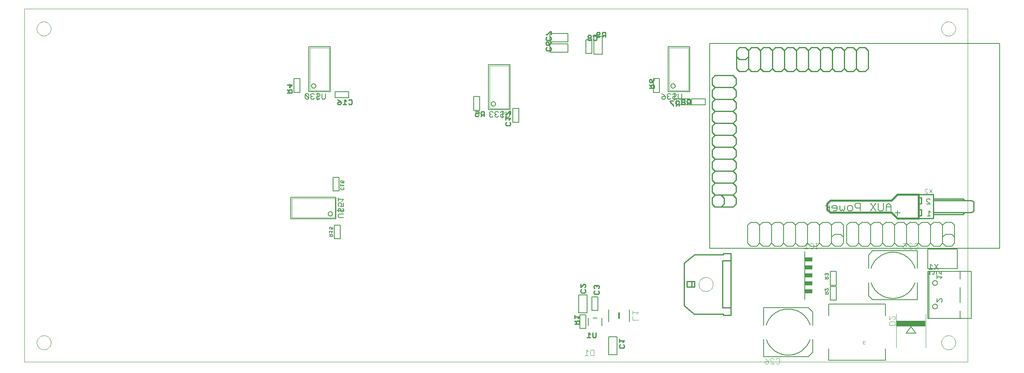
<source format=gbo>
G75*
G70*
%OFA0B0*%
%FSLAX24Y24*%
%IPPOS*%
%LPD*%
%AMOC8*
5,1,8,0,0,1.08239X$1,22.5*
%
%ADD10C,0.0000*%
%ADD11C,0.0060*%
%ADD12C,0.0160*%
%ADD13C,0.0100*%
%ADD14C,0.0050*%
%ADD15C,0.0080*%
%ADD16C,0.0090*%
%ADD17C,0.0040*%
%ADD18R,0.0158X0.0551*%
%ADD19C,0.0020*%
%ADD20R,0.0660X0.0380*%
%ADD21C,0.0010*%
%ADD22R,0.2441X0.0492*%
%ADD23C,0.0070*%
D10*
X005581Y003913D02*
X005581Y033472D01*
X084321Y033472D01*
X084321Y003913D01*
X005581Y003913D01*
X006615Y005538D02*
X006617Y005586D01*
X006623Y005634D01*
X006633Y005681D01*
X006646Y005727D01*
X006664Y005772D01*
X006684Y005816D01*
X006709Y005858D01*
X006737Y005897D01*
X006767Y005934D01*
X006801Y005968D01*
X006838Y006000D01*
X006876Y006029D01*
X006917Y006054D01*
X006960Y006076D01*
X007005Y006094D01*
X007051Y006108D01*
X007098Y006119D01*
X007146Y006126D01*
X007194Y006129D01*
X007242Y006128D01*
X007290Y006123D01*
X007338Y006114D01*
X007384Y006102D01*
X007429Y006085D01*
X007473Y006065D01*
X007515Y006042D01*
X007555Y006015D01*
X007593Y005985D01*
X007628Y005952D01*
X007660Y005916D01*
X007690Y005878D01*
X007716Y005837D01*
X007738Y005794D01*
X007758Y005750D01*
X007773Y005705D01*
X007785Y005658D01*
X007793Y005610D01*
X007797Y005562D01*
X007797Y005514D01*
X007793Y005466D01*
X007785Y005418D01*
X007773Y005371D01*
X007758Y005326D01*
X007738Y005282D01*
X007716Y005239D01*
X007690Y005198D01*
X007660Y005160D01*
X007628Y005124D01*
X007593Y005091D01*
X007555Y005061D01*
X007515Y005034D01*
X007473Y005011D01*
X007429Y004991D01*
X007384Y004974D01*
X007338Y004962D01*
X007290Y004953D01*
X007242Y004948D01*
X007194Y004947D01*
X007146Y004950D01*
X007098Y004957D01*
X007051Y004968D01*
X007005Y004982D01*
X006960Y005000D01*
X006917Y005022D01*
X006876Y005047D01*
X006838Y005076D01*
X006801Y005108D01*
X006767Y005142D01*
X006737Y005179D01*
X006709Y005218D01*
X006684Y005260D01*
X006664Y005304D01*
X006646Y005349D01*
X006633Y005395D01*
X006623Y005442D01*
X006617Y005490D01*
X006615Y005538D01*
X006615Y031788D02*
X006617Y031836D01*
X006623Y031884D01*
X006633Y031931D01*
X006646Y031977D01*
X006664Y032022D01*
X006684Y032066D01*
X006709Y032108D01*
X006737Y032147D01*
X006767Y032184D01*
X006801Y032218D01*
X006838Y032250D01*
X006876Y032279D01*
X006917Y032304D01*
X006960Y032326D01*
X007005Y032344D01*
X007051Y032358D01*
X007098Y032369D01*
X007146Y032376D01*
X007194Y032379D01*
X007242Y032378D01*
X007290Y032373D01*
X007338Y032364D01*
X007384Y032352D01*
X007429Y032335D01*
X007473Y032315D01*
X007515Y032292D01*
X007555Y032265D01*
X007593Y032235D01*
X007628Y032202D01*
X007660Y032166D01*
X007690Y032128D01*
X007716Y032087D01*
X007738Y032044D01*
X007758Y032000D01*
X007773Y031955D01*
X007785Y031908D01*
X007793Y031860D01*
X007797Y031812D01*
X007797Y031764D01*
X007793Y031716D01*
X007785Y031668D01*
X007773Y031621D01*
X007758Y031576D01*
X007738Y031532D01*
X007716Y031489D01*
X007690Y031448D01*
X007660Y031410D01*
X007628Y031374D01*
X007593Y031341D01*
X007555Y031311D01*
X007515Y031284D01*
X007473Y031261D01*
X007429Y031241D01*
X007384Y031224D01*
X007338Y031212D01*
X007290Y031203D01*
X007242Y031198D01*
X007194Y031197D01*
X007146Y031200D01*
X007098Y031207D01*
X007051Y031218D01*
X007005Y031232D01*
X006960Y031250D01*
X006917Y031272D01*
X006876Y031297D01*
X006838Y031326D01*
X006801Y031358D01*
X006767Y031392D01*
X006737Y031429D01*
X006709Y031468D01*
X006684Y031510D01*
X006664Y031554D01*
X006646Y031599D01*
X006633Y031645D01*
X006623Y031692D01*
X006617Y031740D01*
X006615Y031788D01*
X061865Y010413D02*
X061867Y010461D01*
X061873Y010509D01*
X061883Y010556D01*
X061896Y010602D01*
X061914Y010647D01*
X061934Y010691D01*
X061959Y010733D01*
X061987Y010772D01*
X062017Y010809D01*
X062051Y010843D01*
X062088Y010875D01*
X062126Y010904D01*
X062167Y010929D01*
X062210Y010951D01*
X062255Y010969D01*
X062301Y010983D01*
X062348Y010994D01*
X062396Y011001D01*
X062444Y011004D01*
X062492Y011003D01*
X062540Y010998D01*
X062588Y010989D01*
X062634Y010977D01*
X062679Y010960D01*
X062723Y010940D01*
X062765Y010917D01*
X062805Y010890D01*
X062843Y010860D01*
X062878Y010827D01*
X062910Y010791D01*
X062940Y010753D01*
X062966Y010712D01*
X062988Y010669D01*
X063008Y010625D01*
X063023Y010580D01*
X063035Y010533D01*
X063043Y010485D01*
X063047Y010437D01*
X063047Y010389D01*
X063043Y010341D01*
X063035Y010293D01*
X063023Y010246D01*
X063008Y010201D01*
X062988Y010157D01*
X062966Y010114D01*
X062940Y010073D01*
X062910Y010035D01*
X062878Y009999D01*
X062843Y009966D01*
X062805Y009936D01*
X062765Y009909D01*
X062723Y009886D01*
X062679Y009866D01*
X062634Y009849D01*
X062588Y009837D01*
X062540Y009828D01*
X062492Y009823D01*
X062444Y009822D01*
X062396Y009825D01*
X062348Y009832D01*
X062301Y009843D01*
X062255Y009857D01*
X062210Y009875D01*
X062167Y009897D01*
X062126Y009922D01*
X062088Y009951D01*
X062051Y009983D01*
X062017Y010017D01*
X061987Y010054D01*
X061959Y010093D01*
X061934Y010135D01*
X061914Y010179D01*
X061896Y010224D01*
X061883Y010270D01*
X061873Y010317D01*
X061867Y010365D01*
X061865Y010413D01*
X082115Y005538D02*
X082117Y005586D01*
X082123Y005634D01*
X082133Y005681D01*
X082146Y005727D01*
X082164Y005772D01*
X082184Y005816D01*
X082209Y005858D01*
X082237Y005897D01*
X082267Y005934D01*
X082301Y005968D01*
X082338Y006000D01*
X082376Y006029D01*
X082417Y006054D01*
X082460Y006076D01*
X082505Y006094D01*
X082551Y006108D01*
X082598Y006119D01*
X082646Y006126D01*
X082694Y006129D01*
X082742Y006128D01*
X082790Y006123D01*
X082838Y006114D01*
X082884Y006102D01*
X082929Y006085D01*
X082973Y006065D01*
X083015Y006042D01*
X083055Y006015D01*
X083093Y005985D01*
X083128Y005952D01*
X083160Y005916D01*
X083190Y005878D01*
X083216Y005837D01*
X083238Y005794D01*
X083258Y005750D01*
X083273Y005705D01*
X083285Y005658D01*
X083293Y005610D01*
X083297Y005562D01*
X083297Y005514D01*
X083293Y005466D01*
X083285Y005418D01*
X083273Y005371D01*
X083258Y005326D01*
X083238Y005282D01*
X083216Y005239D01*
X083190Y005198D01*
X083160Y005160D01*
X083128Y005124D01*
X083093Y005091D01*
X083055Y005061D01*
X083015Y005034D01*
X082973Y005011D01*
X082929Y004991D01*
X082884Y004974D01*
X082838Y004962D01*
X082790Y004953D01*
X082742Y004948D01*
X082694Y004947D01*
X082646Y004950D01*
X082598Y004957D01*
X082551Y004968D01*
X082505Y004982D01*
X082460Y005000D01*
X082417Y005022D01*
X082376Y005047D01*
X082338Y005076D01*
X082301Y005108D01*
X082267Y005142D01*
X082237Y005179D01*
X082209Y005218D01*
X082184Y005260D01*
X082164Y005304D01*
X082146Y005349D01*
X082133Y005395D01*
X082123Y005442D01*
X082117Y005490D01*
X082115Y005538D01*
X082115Y031788D02*
X082117Y031836D01*
X082123Y031884D01*
X082133Y031931D01*
X082146Y031977D01*
X082164Y032022D01*
X082184Y032066D01*
X082209Y032108D01*
X082237Y032147D01*
X082267Y032184D01*
X082301Y032218D01*
X082338Y032250D01*
X082376Y032279D01*
X082417Y032304D01*
X082460Y032326D01*
X082505Y032344D01*
X082551Y032358D01*
X082598Y032369D01*
X082646Y032376D01*
X082694Y032379D01*
X082742Y032378D01*
X082790Y032373D01*
X082838Y032364D01*
X082884Y032352D01*
X082929Y032335D01*
X082973Y032315D01*
X083015Y032292D01*
X083055Y032265D01*
X083093Y032235D01*
X083128Y032202D01*
X083160Y032166D01*
X083190Y032128D01*
X083216Y032087D01*
X083238Y032044D01*
X083258Y032000D01*
X083273Y031955D01*
X083285Y031908D01*
X083293Y031860D01*
X083297Y031812D01*
X083297Y031764D01*
X083293Y031716D01*
X083285Y031668D01*
X083273Y031621D01*
X083258Y031576D01*
X083238Y031532D01*
X083216Y031489D01*
X083190Y031448D01*
X083160Y031410D01*
X083128Y031374D01*
X083093Y031341D01*
X083055Y031311D01*
X083015Y031284D01*
X082973Y031261D01*
X082929Y031241D01*
X082884Y031224D01*
X082838Y031212D01*
X082790Y031203D01*
X082742Y031198D01*
X082694Y031197D01*
X082646Y031200D01*
X082598Y031207D01*
X082551Y031218D01*
X082505Y031232D01*
X082460Y031250D01*
X082417Y031272D01*
X082376Y031297D01*
X082338Y031326D01*
X082301Y031358D01*
X082267Y031392D01*
X082237Y031429D01*
X082209Y031468D01*
X082184Y031510D01*
X082164Y031554D01*
X082146Y031599D01*
X082133Y031645D01*
X082123Y031692D01*
X082117Y031740D01*
X082115Y031788D01*
D11*
X061105Y030299D02*
X061105Y026527D01*
X059307Y026527D01*
X059307Y030299D01*
X061105Y030299D01*
X059546Y027005D02*
X059548Y027031D01*
X059554Y027057D01*
X059563Y027081D01*
X059576Y027104D01*
X059592Y027125D01*
X059611Y027143D01*
X059632Y027159D01*
X059656Y027171D01*
X059680Y027179D01*
X059706Y027184D01*
X059733Y027185D01*
X059759Y027182D01*
X059784Y027175D01*
X059808Y027165D01*
X059831Y027151D01*
X059851Y027135D01*
X059868Y027115D01*
X059883Y027093D01*
X059894Y027069D01*
X059902Y027044D01*
X059906Y027018D01*
X059906Y026992D01*
X059902Y026966D01*
X059894Y026941D01*
X059883Y026917D01*
X059868Y026895D01*
X059851Y026875D01*
X059831Y026859D01*
X059808Y026845D01*
X059784Y026835D01*
X059759Y026828D01*
X059733Y026825D01*
X059706Y026826D01*
X059680Y026831D01*
X059656Y026839D01*
X059632Y026851D01*
X059611Y026867D01*
X059592Y026885D01*
X059576Y026906D01*
X059563Y026929D01*
X059554Y026953D01*
X059548Y026979D01*
X059546Y027005D01*
X046105Y028799D02*
X046105Y025027D01*
X044307Y025027D01*
X044307Y028799D01*
X046105Y028799D01*
X044546Y025505D02*
X044548Y025531D01*
X044554Y025557D01*
X044563Y025581D01*
X044576Y025604D01*
X044592Y025625D01*
X044611Y025643D01*
X044632Y025659D01*
X044656Y025671D01*
X044680Y025679D01*
X044706Y025684D01*
X044733Y025685D01*
X044759Y025682D01*
X044784Y025675D01*
X044808Y025665D01*
X044831Y025651D01*
X044851Y025635D01*
X044868Y025615D01*
X044883Y025593D01*
X044894Y025569D01*
X044902Y025544D01*
X044906Y025518D01*
X044906Y025492D01*
X044902Y025466D01*
X044894Y025441D01*
X044883Y025417D01*
X044868Y025395D01*
X044851Y025375D01*
X044831Y025359D01*
X044808Y025345D01*
X044784Y025335D01*
X044759Y025328D01*
X044733Y025325D01*
X044706Y025326D01*
X044680Y025331D01*
X044656Y025339D01*
X044632Y025351D01*
X044611Y025367D01*
X044592Y025385D01*
X044576Y025406D01*
X044563Y025429D01*
X044554Y025453D01*
X044548Y025479D01*
X044546Y025505D01*
X031105Y026527D02*
X029307Y026527D01*
X029307Y030299D01*
X031105Y030299D01*
X031105Y026527D01*
X029546Y027005D02*
X029548Y027031D01*
X029554Y027057D01*
X029563Y027081D01*
X029576Y027104D01*
X029592Y027125D01*
X029611Y027143D01*
X029632Y027159D01*
X029656Y027171D01*
X029680Y027179D01*
X029706Y027184D01*
X029733Y027185D01*
X029759Y027182D01*
X029784Y027175D01*
X029808Y027165D01*
X029831Y027151D01*
X029851Y027135D01*
X029868Y027115D01*
X029883Y027093D01*
X029894Y027069D01*
X029902Y027044D01*
X029906Y027018D01*
X029906Y026992D01*
X029902Y026966D01*
X029894Y026941D01*
X029883Y026917D01*
X029868Y026895D01*
X029851Y026875D01*
X029831Y026859D01*
X029808Y026845D01*
X029784Y026835D01*
X029759Y026828D01*
X029733Y026825D01*
X029706Y026826D01*
X029680Y026831D01*
X029656Y026839D01*
X029632Y026851D01*
X029611Y026867D01*
X029592Y026885D01*
X029576Y026906D01*
X029563Y026929D01*
X029554Y026953D01*
X029548Y026979D01*
X029546Y027005D01*
X032029Y019081D02*
X031986Y019037D01*
X031986Y018951D01*
X032029Y018907D01*
X032116Y018907D02*
X032159Y018994D01*
X032159Y019037D01*
X032116Y019081D01*
X032029Y019081D01*
X032116Y018907D02*
X032246Y018907D01*
X032246Y019081D01*
X032246Y018699D02*
X031986Y018699D01*
X031986Y018613D02*
X031986Y018786D01*
X032159Y018613D02*
X032246Y018699D01*
X032203Y018491D02*
X032246Y018448D01*
X032246Y018361D01*
X032203Y018318D01*
X032029Y018318D01*
X031986Y018361D01*
X031986Y018448D01*
X032029Y018491D01*
X031592Y017687D02*
X031592Y015889D01*
X027820Y015889D01*
X027820Y017687D01*
X031592Y017687D01*
X030934Y016308D02*
X030936Y016334D01*
X030942Y016360D01*
X030951Y016384D01*
X030964Y016407D01*
X030980Y016428D01*
X030999Y016446D01*
X031020Y016462D01*
X031044Y016474D01*
X031068Y016482D01*
X031094Y016487D01*
X031121Y016488D01*
X031147Y016485D01*
X031172Y016478D01*
X031196Y016468D01*
X031219Y016454D01*
X031239Y016438D01*
X031256Y016418D01*
X031271Y016396D01*
X031282Y016372D01*
X031290Y016347D01*
X031294Y016321D01*
X031294Y016295D01*
X031290Y016269D01*
X031282Y016244D01*
X031271Y016220D01*
X031256Y016198D01*
X031239Y016178D01*
X031219Y016162D01*
X031196Y016148D01*
X031172Y016138D01*
X031147Y016131D01*
X031121Y016128D01*
X031094Y016129D01*
X031068Y016134D01*
X031044Y016142D01*
X031020Y016154D01*
X030999Y016170D01*
X030980Y016188D01*
X030964Y016209D01*
X030951Y016232D01*
X030942Y016256D01*
X030936Y016282D01*
X030934Y016308D01*
X031084Y015197D02*
X031041Y015153D01*
X031041Y015067D01*
X031084Y015023D01*
X031171Y015023D02*
X031214Y015110D01*
X031214Y015153D01*
X031171Y015197D01*
X031084Y015197D01*
X031171Y015023D02*
X031301Y015023D01*
X031301Y015197D01*
X031301Y014815D02*
X031041Y014815D01*
X031041Y014729D02*
X031041Y014902D01*
X031214Y014729D02*
X031301Y014815D01*
X031258Y014608D02*
X031171Y014608D01*
X031128Y014564D01*
X031128Y014434D01*
X031128Y014521D02*
X031041Y014608D01*
X031041Y014434D02*
X031301Y014434D01*
X031301Y014564D01*
X031258Y014608D01*
X072449Y016995D02*
X072556Y016995D01*
X072770Y016782D01*
X072770Y016995D02*
X072770Y016568D01*
X072987Y016782D02*
X073414Y016782D01*
X073414Y016888D02*
X073307Y016995D01*
X073094Y016995D01*
X072987Y016888D01*
X072987Y016782D01*
X073094Y016568D02*
X073307Y016568D01*
X073414Y016675D01*
X073414Y016888D01*
X073632Y016995D02*
X073632Y016675D01*
X073738Y016568D01*
X073845Y016675D01*
X073952Y016568D01*
X074059Y016675D01*
X074059Y016995D01*
X074276Y016888D02*
X074383Y016995D01*
X074596Y016995D01*
X074703Y016888D01*
X074703Y016675D01*
X074596Y016568D01*
X074383Y016568D01*
X074276Y016675D01*
X074276Y016888D01*
X074921Y016888D02*
X074921Y017102D01*
X075027Y017209D01*
X075348Y017209D01*
X075348Y016568D01*
X075348Y016782D02*
X075027Y016782D01*
X074921Y016888D01*
X076210Y016568D02*
X076637Y017209D01*
X076854Y017209D02*
X076854Y016675D01*
X076961Y016568D01*
X077175Y016568D01*
X077281Y016675D01*
X077281Y017209D01*
X077499Y016995D02*
X077712Y017209D01*
X077926Y016995D01*
X077926Y016568D01*
X077926Y016888D02*
X077499Y016888D01*
X077499Y016995D02*
X077499Y016568D01*
X078236Y016388D02*
X078663Y016388D01*
X078449Y016175D02*
X078449Y016602D01*
X076637Y016568D02*
X076210Y017209D01*
X072633Y011322D02*
X072589Y011322D01*
X072546Y011278D01*
X072503Y011322D01*
X072459Y011322D01*
X072416Y011278D01*
X072416Y011192D01*
X072459Y011148D01*
X072546Y011235D02*
X072546Y011278D01*
X072633Y011322D02*
X072676Y011278D01*
X072676Y011192D01*
X072633Y011148D01*
X072633Y011027D02*
X072546Y011027D01*
X072503Y010984D01*
X072503Y010854D01*
X072503Y010940D02*
X072416Y011027D01*
X072416Y010854D02*
X072676Y010854D01*
X072676Y010984D01*
X072633Y011027D01*
X072633Y010072D02*
X072676Y010028D01*
X072676Y009942D01*
X072633Y009898D01*
X072633Y009777D02*
X072546Y009777D01*
X072503Y009734D01*
X072503Y009604D01*
X072503Y009690D02*
X072416Y009777D01*
X072416Y009898D02*
X072589Y010072D01*
X072633Y010072D01*
X072416Y010072D02*
X072416Y009898D01*
X072633Y009777D02*
X072676Y009734D01*
X072676Y009604D01*
X072416Y009604D01*
X080986Y011502D02*
X080986Y007572D01*
X081066Y007572D01*
X083666Y007572D01*
X084606Y007572D01*
X084606Y011502D01*
X083666Y011502D01*
X081066Y011502D01*
X080986Y011502D01*
X081066Y011502D02*
X081066Y007572D01*
X081386Y008552D02*
X081388Y008580D01*
X081394Y008607D01*
X081403Y008633D01*
X081416Y008658D01*
X081433Y008681D01*
X081452Y008701D01*
X081474Y008718D01*
X081498Y008732D01*
X081524Y008742D01*
X081551Y008749D01*
X081579Y008752D01*
X081607Y008751D01*
X081634Y008746D01*
X081661Y008737D01*
X081686Y008725D01*
X081709Y008710D01*
X081730Y008691D01*
X081748Y008670D01*
X081763Y008646D01*
X081774Y008620D01*
X081782Y008594D01*
X081786Y008566D01*
X081786Y008538D01*
X081782Y008510D01*
X081774Y008484D01*
X081763Y008458D01*
X081748Y008434D01*
X081730Y008413D01*
X081709Y008394D01*
X081686Y008379D01*
X081661Y008367D01*
X081634Y008358D01*
X081607Y008353D01*
X081579Y008352D01*
X081551Y008355D01*
X081524Y008362D01*
X081498Y008372D01*
X081474Y008386D01*
X081452Y008403D01*
X081433Y008423D01*
X081416Y008446D01*
X081403Y008471D01*
X081394Y008497D01*
X081388Y008524D01*
X081386Y008552D01*
X083666Y008202D02*
X083666Y007572D01*
X083666Y008902D02*
X083666Y010172D01*
X083666Y010872D02*
X083666Y011502D01*
X082105Y011508D02*
X081974Y011508D01*
X081931Y011465D01*
X081931Y011378D01*
X081974Y011335D01*
X082105Y011335D01*
X082105Y011248D02*
X082105Y011508D01*
X081810Y011508D02*
X081636Y011508D01*
X081723Y011508D02*
X081723Y011248D01*
X081515Y011291D02*
X081472Y011248D01*
X081385Y011248D01*
X081342Y011291D01*
X081221Y011248D02*
X081047Y011248D01*
X081134Y011248D02*
X081134Y011508D01*
X081221Y011421D01*
X081342Y011465D02*
X081385Y011508D01*
X081472Y011508D01*
X081515Y011465D01*
X081515Y011291D01*
X081386Y010522D02*
X081388Y010550D01*
X081394Y010577D01*
X081403Y010603D01*
X081416Y010628D01*
X081433Y010651D01*
X081452Y010671D01*
X081474Y010688D01*
X081498Y010702D01*
X081524Y010712D01*
X081551Y010719D01*
X081579Y010722D01*
X081607Y010721D01*
X081634Y010716D01*
X081661Y010707D01*
X081686Y010695D01*
X081709Y010680D01*
X081730Y010661D01*
X081748Y010640D01*
X081763Y010616D01*
X081774Y010590D01*
X081782Y010564D01*
X081786Y010536D01*
X081786Y010508D01*
X081782Y010480D01*
X081774Y010454D01*
X081763Y010428D01*
X081748Y010404D01*
X081730Y010383D01*
X081709Y010364D01*
X081686Y010349D01*
X081661Y010337D01*
X081634Y010328D01*
X081607Y010323D01*
X081579Y010322D01*
X081551Y010325D01*
X081524Y010332D01*
X081498Y010342D01*
X081474Y010356D01*
X081452Y010373D01*
X081433Y010393D01*
X081416Y010416D01*
X081403Y010441D01*
X081394Y010467D01*
X081388Y010494D01*
X081386Y010522D01*
D12*
X080206Y015913D02*
X078456Y015913D01*
X077956Y016413D01*
X072831Y016413D01*
X072581Y016663D01*
X072581Y017163D01*
X072831Y017413D01*
X077956Y017413D01*
X078456Y017913D01*
X080206Y017913D01*
X080206Y015913D01*
D13*
X080206Y016163D01*
X080456Y016163D01*
X080456Y016663D01*
X080206Y016663D01*
X080206Y017163D01*
X080456Y017163D01*
X080456Y017663D01*
X080206Y017663D01*
X080206Y017913D01*
X081456Y017913D01*
X081456Y017563D01*
X083906Y017563D01*
X084046Y017433D01*
X084606Y017413D02*
X084806Y017313D01*
X084806Y016933D01*
X084806Y016893D01*
X084806Y016933D02*
X084806Y016513D01*
X084606Y016413D01*
X081456Y016413D01*
X081456Y015913D01*
X080206Y015913D01*
X081456Y016263D02*
X083906Y016263D01*
X084046Y016393D01*
X084606Y017413D02*
X081456Y017413D01*
X081456Y017563D02*
X081456Y016413D01*
X064966Y017128D02*
X064716Y016878D01*
X063716Y016878D01*
X063966Y017128D01*
X063966Y017628D01*
X063716Y017878D01*
X064716Y017878D01*
X064966Y018128D01*
X064966Y018628D01*
X064716Y018878D01*
X063216Y018878D01*
X062966Y018628D01*
X062966Y018128D01*
X063216Y017878D01*
X063716Y017878D01*
X063216Y017878D02*
X062966Y017628D01*
X062966Y017128D01*
X063216Y016878D01*
X063716Y016878D01*
X064966Y017128D02*
X064966Y017628D01*
X064716Y017878D01*
X064716Y018878D02*
X064966Y019128D01*
X064966Y019628D01*
X064716Y019878D01*
X063216Y019878D01*
X062966Y019628D01*
X062966Y019128D01*
X063216Y018878D01*
X063216Y019878D02*
X062966Y020128D01*
X062966Y020628D01*
X063216Y020878D01*
X064716Y020878D01*
X064966Y021128D01*
X064966Y021628D01*
X064716Y021878D01*
X063216Y021878D01*
X062966Y021628D01*
X062966Y021128D01*
X063216Y020878D01*
X064716Y020878D02*
X064966Y020628D01*
X064966Y020128D01*
X064716Y019878D01*
X064716Y021878D02*
X064966Y022128D01*
X064966Y022628D01*
X064716Y022878D01*
X063216Y022878D01*
X062966Y022628D01*
X062966Y022128D01*
X063216Y021878D01*
X063216Y022878D02*
X062966Y023128D01*
X062966Y023628D01*
X063216Y023878D01*
X064716Y023878D01*
X064966Y024128D01*
X064966Y024628D01*
X064716Y024878D01*
X063216Y024878D01*
X062966Y024628D01*
X062966Y024128D01*
X063216Y023878D01*
X064716Y023878D02*
X064966Y023628D01*
X064966Y023128D01*
X064716Y022878D01*
X064716Y024878D02*
X064966Y025128D01*
X064966Y025628D01*
X064716Y025878D01*
X063216Y025878D01*
X062966Y025628D01*
X062966Y025128D01*
X063216Y024878D01*
X063216Y025878D02*
X062966Y026128D01*
X062966Y026628D01*
X063216Y026878D01*
X064716Y026878D01*
X064966Y027128D01*
X064966Y027628D01*
X064716Y027878D01*
X063216Y027878D01*
X062966Y027628D01*
X062966Y027128D01*
X063216Y026878D01*
X064716Y026878D02*
X064966Y026628D01*
X064966Y026128D01*
X064716Y025878D01*
X065253Y028215D02*
X065753Y028215D01*
X066003Y028465D01*
X066003Y029465D01*
X065753Y029215D01*
X065253Y029215D01*
X065003Y029465D01*
X065003Y028465D01*
X065253Y028215D01*
X066003Y028465D02*
X066253Y028215D01*
X066753Y028215D01*
X067003Y028465D01*
X067003Y029965D01*
X066753Y030215D01*
X066253Y030215D01*
X066003Y029965D01*
X066003Y029465D01*
X065003Y029465D02*
X065003Y029965D01*
X065253Y030215D01*
X065753Y030215D01*
X066003Y029965D01*
X067003Y029965D02*
X067253Y030215D01*
X067753Y030215D01*
X068003Y029965D01*
X068003Y028465D01*
X068253Y028215D01*
X068753Y028215D01*
X069003Y028465D01*
X069003Y029965D01*
X068753Y030215D01*
X068253Y030215D01*
X068003Y029965D01*
X069003Y029965D02*
X069253Y030215D01*
X069753Y030215D01*
X070003Y029965D01*
X070003Y028465D01*
X070253Y028215D01*
X070753Y028215D01*
X071003Y028465D01*
X071003Y029965D01*
X070753Y030215D01*
X070253Y030215D01*
X070003Y029965D01*
X071003Y029965D02*
X071253Y030215D01*
X071753Y030215D01*
X072003Y029965D01*
X072003Y028465D01*
X072253Y028215D01*
X072753Y028215D01*
X073003Y028465D01*
X073003Y029965D01*
X072753Y030215D01*
X072253Y030215D01*
X072003Y029965D01*
X073003Y029965D02*
X073253Y030215D01*
X073753Y030215D01*
X074003Y029965D01*
X074003Y028465D01*
X074253Y028215D01*
X074753Y028215D01*
X075003Y028465D01*
X075003Y029965D01*
X074753Y030215D01*
X074253Y030215D01*
X074003Y029965D01*
X075003Y029965D02*
X075253Y030215D01*
X075753Y030215D01*
X076003Y029965D01*
X076003Y028465D01*
X075753Y028215D01*
X075253Y028215D01*
X075003Y028465D01*
X074003Y028465D02*
X073753Y028215D01*
X073253Y028215D01*
X073003Y028465D01*
X072003Y028465D02*
X071753Y028215D01*
X071253Y028215D01*
X071003Y028465D01*
X070003Y028465D02*
X069753Y028215D01*
X069253Y028215D01*
X069003Y028465D01*
X068003Y028465D02*
X067753Y028215D01*
X067253Y028215D01*
X067003Y028465D01*
X064547Y013002D02*
X063917Y013002D01*
X063917Y012903D01*
X061511Y012903D01*
X060645Y012185D01*
X060645Y008641D01*
X061472Y007923D01*
X063917Y007923D01*
X063917Y007824D01*
X064547Y007824D01*
X064547Y008444D01*
X063834Y008444D01*
X063834Y012381D01*
X064547Y012381D01*
X064547Y013002D01*
X064547Y012381D02*
X064547Y008444D01*
X061511Y010177D02*
X061275Y010177D01*
X061275Y010649D01*
X060881Y010649D01*
X060881Y010177D01*
X061275Y010177D01*
X061511Y010177D02*
X061511Y010649D01*
X061275Y010649D01*
D14*
X064547Y008513D02*
X064547Y008444D01*
X064547Y008511D01*
X056082Y008300D02*
X056082Y007276D01*
X054330Y007276D02*
X054330Y008300D01*
X062778Y013428D02*
X086966Y013428D01*
X086966Y030553D01*
X062778Y030553D01*
X062778Y013428D01*
X065960Y013851D02*
X065960Y015351D01*
X066210Y015601D01*
X066710Y015601D01*
X066960Y015351D01*
X066960Y013851D01*
X067210Y013601D01*
X067710Y013601D01*
X067960Y013851D01*
X067960Y015351D01*
X067710Y015601D01*
X067210Y015601D01*
X066960Y015351D01*
X067960Y015351D02*
X068210Y015601D01*
X068710Y015601D01*
X068960Y015351D01*
X068960Y013851D01*
X069210Y013601D01*
X069710Y013601D01*
X069960Y013851D01*
X069960Y015351D01*
X069710Y015601D01*
X069210Y015601D01*
X068960Y015351D01*
X069960Y015351D02*
X070210Y015601D01*
X070710Y015601D01*
X070960Y015351D01*
X070960Y013851D01*
X071210Y013601D01*
X071710Y013601D01*
X071960Y013851D01*
X071960Y015351D01*
X071710Y015601D01*
X071210Y015601D01*
X070960Y015351D01*
X071960Y015351D02*
X072210Y015601D01*
X072710Y015601D01*
X072960Y015351D01*
X072960Y014351D01*
X072960Y013851D01*
X073210Y013601D01*
X073710Y013601D01*
X073960Y013851D01*
X073960Y014351D01*
X073710Y014601D01*
X073210Y014601D01*
X072960Y014351D01*
X072960Y013851D02*
X072710Y013601D01*
X072210Y013601D01*
X071960Y013851D01*
X070960Y013851D02*
X070710Y013601D01*
X070210Y013601D01*
X069960Y013851D01*
X068960Y013851D02*
X068710Y013601D01*
X068210Y013601D01*
X067960Y013851D01*
X066960Y013851D02*
X066710Y013601D01*
X066210Y013601D01*
X065960Y013851D01*
X072960Y015351D02*
X073210Y015601D01*
X073710Y015601D01*
X073960Y015351D01*
X073960Y014351D01*
X074216Y013853D02*
X074466Y013603D01*
X074966Y013603D01*
X075216Y013853D01*
X075216Y015353D01*
X074966Y015603D01*
X074466Y015603D01*
X074216Y015353D01*
X074216Y013853D01*
X075216Y013853D02*
X075466Y013603D01*
X075966Y013603D01*
X076216Y013853D01*
X076216Y015353D01*
X075966Y015603D01*
X075466Y015603D01*
X075216Y015353D01*
X076216Y015353D02*
X076466Y015603D01*
X076966Y015603D01*
X077216Y015353D01*
X077216Y013853D01*
X077466Y013603D01*
X077966Y013603D01*
X078216Y013853D01*
X078216Y015353D01*
X077966Y015603D01*
X077466Y015603D01*
X077216Y015353D01*
X078216Y015353D02*
X078466Y015603D01*
X078966Y015603D01*
X079216Y015353D01*
X079216Y013853D01*
X079466Y013603D01*
X079966Y013603D01*
X080216Y013853D01*
X080216Y015353D01*
X079966Y015603D01*
X079466Y015603D01*
X079216Y015353D01*
X080216Y015353D02*
X080466Y015603D01*
X080966Y015603D01*
X081216Y015353D01*
X081216Y013853D01*
X081466Y013603D01*
X081966Y013603D01*
X082216Y013853D01*
X082216Y014353D01*
X082216Y015353D01*
X081966Y015603D01*
X081466Y015603D01*
X081216Y015353D01*
X082216Y015353D02*
X082466Y015603D01*
X082966Y015603D01*
X083216Y015353D01*
X083216Y014353D01*
X082966Y014603D01*
X082466Y014603D01*
X082216Y014353D01*
X082216Y013853D02*
X082466Y013603D01*
X082966Y013603D01*
X083216Y013853D01*
X083216Y014353D01*
X081216Y013853D02*
X080966Y013603D01*
X080466Y013603D01*
X080216Y013853D01*
X079216Y013853D02*
X078966Y013603D01*
X078466Y013603D01*
X078216Y013853D01*
X077216Y013853D02*
X076966Y013603D01*
X076466Y013603D01*
X076216Y013853D01*
X081227Y012108D02*
X081227Y011658D01*
X081377Y011658D02*
X081077Y011658D01*
X081377Y011958D02*
X081227Y012108D01*
X081537Y012108D02*
X081838Y011658D01*
X081537Y011658D02*
X081838Y012108D01*
X081731Y011187D02*
X081731Y010887D01*
X081731Y011037D02*
X082181Y011037D01*
X082031Y010887D01*
X082031Y009237D02*
X082106Y009237D01*
X082181Y009162D01*
X082181Y009012D01*
X082106Y008937D01*
X082031Y009237D02*
X081731Y008937D01*
X081731Y009237D01*
X060453Y025977D02*
X060377Y025902D01*
X060227Y025902D01*
X060152Y025977D01*
X060152Y026353D01*
X059992Y026278D02*
X059917Y026353D01*
X059767Y026353D01*
X059692Y026278D01*
X059532Y026278D02*
X059457Y026353D01*
X059307Y026353D01*
X059232Y026278D01*
X059232Y026203D01*
X059307Y026128D01*
X059232Y026052D01*
X059232Y025977D01*
X059307Y025902D01*
X059457Y025902D01*
X059532Y025977D01*
X059692Y025977D02*
X059692Y026052D01*
X059767Y026128D01*
X059917Y026128D01*
X059992Y026203D01*
X059992Y026278D01*
X059842Y026428D02*
X059842Y025827D01*
X059767Y025902D02*
X059692Y025977D01*
X059767Y025902D02*
X059917Y025902D01*
X059992Y025977D01*
X060453Y025977D02*
X060453Y026353D01*
X059382Y026128D02*
X059307Y026128D01*
X059071Y026128D02*
X059071Y025977D01*
X058996Y025902D01*
X058846Y025902D01*
X058771Y025977D01*
X058771Y026052D01*
X058846Y026128D01*
X059071Y026128D01*
X058921Y026278D01*
X058771Y026353D01*
X046078Y024853D02*
X046078Y024477D01*
X046002Y024402D01*
X045852Y024402D01*
X045777Y024477D01*
X045777Y024853D01*
X045617Y024778D02*
X045542Y024853D01*
X045392Y024853D01*
X045317Y024778D01*
X045157Y024778D02*
X045082Y024853D01*
X044932Y024853D01*
X044857Y024778D01*
X044857Y024703D01*
X044932Y024628D01*
X044857Y024552D01*
X044857Y024477D01*
X044932Y024402D01*
X045082Y024402D01*
X045157Y024477D01*
X045317Y024477D02*
X045317Y024552D01*
X045392Y024628D01*
X045542Y024628D01*
X045617Y024703D01*
X045617Y024778D01*
X045467Y024928D02*
X045467Y024327D01*
X045392Y024402D02*
X045317Y024477D01*
X045392Y024402D02*
X045542Y024402D01*
X045617Y024477D01*
X045007Y024628D02*
X044932Y024628D01*
X044696Y024778D02*
X044621Y024853D01*
X044471Y024853D01*
X044396Y024778D01*
X044396Y024703D01*
X044471Y024628D01*
X044396Y024552D01*
X044396Y024477D01*
X044471Y024402D01*
X044621Y024402D01*
X044696Y024477D01*
X044546Y024628D02*
X044471Y024628D01*
X030703Y025977D02*
X030627Y025902D01*
X030477Y025902D01*
X030402Y025977D01*
X030402Y026353D01*
X030242Y026278D02*
X030167Y026353D01*
X030017Y026353D01*
X029942Y026278D01*
X029782Y026278D02*
X029707Y026353D01*
X029557Y026353D01*
X029482Y026278D01*
X029482Y026203D01*
X029557Y026128D01*
X029482Y026052D01*
X029482Y025977D01*
X029557Y025902D01*
X029707Y025902D01*
X029782Y025977D01*
X029942Y025977D02*
X029942Y026052D01*
X030017Y026128D01*
X030167Y026128D01*
X030242Y026203D01*
X030242Y026278D01*
X030092Y026428D02*
X030092Y025827D01*
X030017Y025902D02*
X029942Y025977D01*
X030017Y025902D02*
X030167Y025902D01*
X030242Y025977D01*
X030703Y025977D02*
X030703Y026353D01*
X029632Y026128D02*
X029557Y026128D01*
X029321Y026278D02*
X029246Y026353D01*
X029096Y026353D01*
X029021Y026278D01*
X029321Y025977D01*
X029246Y025902D01*
X029096Y025902D01*
X029021Y025977D01*
X029021Y026278D01*
X029321Y026278D02*
X029321Y025977D01*
X031767Y017674D02*
X031767Y017374D01*
X031767Y017524D02*
X032217Y017524D01*
X032067Y017374D01*
X031992Y017214D02*
X031842Y017214D01*
X031767Y017139D01*
X031767Y016989D01*
X031842Y016914D01*
X031992Y016914D02*
X032067Y017064D01*
X032067Y017139D01*
X031992Y017214D01*
X032217Y017214D02*
X032217Y016914D01*
X031992Y016914D01*
X031917Y016754D02*
X031992Y016679D01*
X031992Y016528D01*
X032067Y016453D01*
X032142Y016453D01*
X032217Y016528D01*
X032217Y016679D01*
X032142Y016754D01*
X032292Y016604D02*
X031692Y016604D01*
X031767Y016528D02*
X031767Y016679D01*
X031842Y016754D01*
X031917Y016754D01*
X031767Y016528D02*
X031842Y016453D01*
X031842Y016293D02*
X032217Y016293D01*
X032217Y015993D02*
X031842Y015993D01*
X031767Y016068D01*
X031767Y016218D01*
X031842Y016293D01*
D15*
X031956Y015363D02*
X031456Y015363D01*
X031456Y014213D01*
X031956Y014213D01*
X031956Y015363D01*
X031831Y018213D02*
X031331Y018213D01*
X031331Y019363D01*
X031831Y019363D01*
X031831Y018213D01*
X043081Y024963D02*
X043581Y024963D01*
X043581Y026113D01*
X043081Y026113D01*
X043081Y024963D01*
X046331Y025113D02*
X046331Y023963D01*
X046831Y023963D01*
X046831Y025113D01*
X046331Y025113D01*
X049456Y029813D02*
X049456Y030513D01*
X050956Y030513D01*
X050956Y029813D01*
X049456Y029813D01*
X049456Y030688D02*
X049456Y031388D01*
X050956Y031388D01*
X050956Y030688D01*
X049456Y030688D01*
X052456Y030863D02*
X052456Y029713D01*
X052956Y029713D01*
X052956Y030863D01*
X052456Y030863D01*
X053106Y031163D02*
X053806Y031163D01*
X053806Y029663D01*
X053106Y029663D01*
X053106Y031163D01*
X058081Y027613D02*
X058081Y026463D01*
X058581Y026463D01*
X058581Y027613D01*
X058081Y027613D01*
X060006Y025913D02*
X060006Y025413D01*
X061156Y025413D01*
X061156Y025913D01*
X060006Y025913D01*
X061256Y025913D02*
X061256Y025413D01*
X062406Y025413D01*
X062406Y025913D01*
X061256Y025913D01*
X080981Y013363D02*
X080981Y011713D01*
X083431Y011713D01*
X083431Y013363D01*
X080981Y013363D01*
X080128Y013210D02*
X076388Y013210D01*
X076034Y012856D01*
X076034Y011754D01*
X076250Y011773D02*
X076282Y011862D01*
X076319Y011949D01*
X076359Y012035D01*
X076404Y012118D01*
X076453Y012199D01*
X076505Y012278D01*
X076562Y012353D01*
X076622Y012426D01*
X076686Y012496D01*
X076752Y012563D01*
X076823Y012626D01*
X076896Y012686D01*
X076972Y012742D01*
X077050Y012795D01*
X077132Y012843D01*
X077215Y012888D01*
X077300Y012928D01*
X077388Y012964D01*
X077477Y012996D01*
X077567Y013023D01*
X077659Y013046D01*
X077752Y013065D01*
X077845Y013079D01*
X077939Y013088D01*
X078034Y013092D01*
X078128Y013092D01*
X078223Y013088D01*
X078317Y013079D01*
X078410Y013065D01*
X078503Y013046D01*
X078595Y013023D01*
X078685Y012996D01*
X078774Y012964D01*
X078862Y012928D01*
X078947Y012888D01*
X079030Y012843D01*
X079112Y012795D01*
X079190Y012742D01*
X079266Y012686D01*
X079339Y012626D01*
X079410Y012563D01*
X079476Y012496D01*
X079540Y012426D01*
X079600Y012353D01*
X079657Y012278D01*
X079709Y012199D01*
X079758Y012118D01*
X079803Y012035D01*
X079843Y011949D01*
X079880Y011862D01*
X079912Y011773D01*
X080128Y011754D02*
X080128Y013210D01*
X079912Y010553D02*
X079880Y010464D01*
X079843Y010377D01*
X079803Y010291D01*
X079758Y010208D01*
X079709Y010127D01*
X079657Y010048D01*
X079600Y009973D01*
X079540Y009900D01*
X079476Y009830D01*
X079410Y009763D01*
X079339Y009700D01*
X079266Y009640D01*
X079190Y009584D01*
X079112Y009531D01*
X079030Y009483D01*
X078947Y009438D01*
X078862Y009398D01*
X078774Y009362D01*
X078685Y009330D01*
X078595Y009303D01*
X078503Y009280D01*
X078410Y009261D01*
X078317Y009247D01*
X078223Y009238D01*
X078128Y009234D01*
X078034Y009234D01*
X077939Y009238D01*
X077845Y009247D01*
X077752Y009261D01*
X077659Y009280D01*
X077567Y009303D01*
X077477Y009330D01*
X077388Y009362D01*
X077300Y009398D01*
X077215Y009438D01*
X077132Y009483D01*
X077050Y009531D01*
X076972Y009584D01*
X076896Y009640D01*
X076823Y009700D01*
X076752Y009763D01*
X076686Y009830D01*
X076622Y009900D01*
X076562Y009973D01*
X076505Y010048D01*
X076453Y010127D01*
X076404Y010208D01*
X076359Y010291D01*
X076319Y010377D01*
X076282Y010464D01*
X076250Y010553D01*
X076034Y010572D02*
X076034Y009470D01*
X076388Y009116D01*
X080128Y009116D01*
X080128Y010572D01*
X077443Y008775D02*
X077443Y007791D01*
X077443Y008775D02*
X072719Y008775D01*
X072719Y007791D01*
X071378Y008106D02*
X071378Y007004D01*
X071378Y008106D02*
X071024Y008460D01*
X067284Y008460D01*
X067284Y007004D01*
X067284Y005822D02*
X067284Y004366D01*
X071024Y004366D01*
X071378Y004720D01*
X071378Y005822D01*
X072719Y005035D02*
X072719Y004051D01*
X077443Y004051D01*
X077443Y005035D01*
X079187Y006324D02*
X079975Y006324D01*
X079581Y006865D01*
X079187Y006324D01*
X073331Y009088D02*
X073331Y010238D01*
X072831Y010238D01*
X072831Y009088D01*
X073331Y009088D01*
X073331Y010338D02*
X073331Y011488D01*
X072831Y011488D01*
X072831Y010338D01*
X073331Y010338D01*
X070715Y009157D02*
X070715Y013169D01*
X071162Y005803D02*
X071130Y005714D01*
X071093Y005627D01*
X071053Y005541D01*
X071008Y005458D01*
X070959Y005377D01*
X070907Y005298D01*
X070850Y005223D01*
X070790Y005150D01*
X070726Y005080D01*
X070660Y005013D01*
X070589Y004950D01*
X070516Y004890D01*
X070440Y004834D01*
X070362Y004781D01*
X070280Y004733D01*
X070197Y004688D01*
X070112Y004648D01*
X070024Y004612D01*
X069935Y004580D01*
X069845Y004553D01*
X069753Y004530D01*
X069660Y004511D01*
X069567Y004497D01*
X069473Y004488D01*
X069378Y004484D01*
X069284Y004484D01*
X069189Y004488D01*
X069095Y004497D01*
X069002Y004511D01*
X068909Y004530D01*
X068817Y004553D01*
X068727Y004580D01*
X068638Y004612D01*
X068550Y004648D01*
X068465Y004688D01*
X068382Y004733D01*
X068300Y004781D01*
X068222Y004834D01*
X068146Y004890D01*
X068073Y004950D01*
X068002Y005013D01*
X067936Y005080D01*
X067872Y005150D01*
X067812Y005223D01*
X067755Y005298D01*
X067703Y005377D01*
X067654Y005458D01*
X067609Y005541D01*
X067569Y005627D01*
X067532Y005714D01*
X067500Y005803D01*
X067500Y007023D02*
X067532Y007112D01*
X067569Y007199D01*
X067609Y007285D01*
X067654Y007368D01*
X067703Y007449D01*
X067755Y007528D01*
X067812Y007603D01*
X067872Y007676D01*
X067936Y007746D01*
X068002Y007813D01*
X068073Y007876D01*
X068146Y007936D01*
X068222Y007992D01*
X068300Y008045D01*
X068382Y008093D01*
X068465Y008138D01*
X068550Y008178D01*
X068638Y008214D01*
X068727Y008246D01*
X068817Y008273D01*
X068909Y008296D01*
X069002Y008315D01*
X069095Y008329D01*
X069189Y008338D01*
X069284Y008342D01*
X069378Y008342D01*
X069473Y008338D01*
X069567Y008329D01*
X069660Y008315D01*
X069753Y008296D01*
X069845Y008273D01*
X069935Y008246D01*
X070024Y008214D01*
X070112Y008178D01*
X070197Y008138D01*
X070280Y008093D01*
X070362Y008045D01*
X070440Y007992D01*
X070516Y007936D01*
X070589Y007876D01*
X070660Y007813D01*
X070726Y007746D01*
X070790Y007676D01*
X070850Y007603D01*
X070907Y007528D01*
X070959Y007449D01*
X071008Y007368D01*
X071053Y007285D01*
X071093Y007199D01*
X071130Y007112D01*
X071162Y007023D01*
X055056Y006038D02*
X055056Y004538D01*
X054356Y004538D01*
X054356Y006038D01*
X055056Y006038D01*
X053777Y006973D02*
X053777Y007603D01*
X053383Y007603D02*
X053029Y007603D01*
X052635Y007603D02*
X052635Y006973D01*
X052456Y006713D02*
X051956Y006713D01*
X051956Y007863D01*
X052456Y007863D01*
X052456Y006713D01*
X052556Y008038D02*
X051856Y008038D01*
X051856Y009538D01*
X052556Y009538D01*
X052556Y008038D01*
X052956Y008213D02*
X053456Y008213D01*
X053456Y009363D01*
X052956Y009363D01*
X052956Y008213D01*
X032656Y026038D02*
X031506Y026038D01*
X031506Y026538D01*
X032656Y026538D01*
X032656Y026038D01*
X028581Y026463D02*
X028081Y026463D01*
X028081Y027613D01*
X028581Y027613D01*
X028581Y026463D01*
D16*
X027911Y026412D02*
X027911Y026617D01*
X027843Y026686D01*
X027706Y026686D01*
X027638Y026617D01*
X027638Y026412D01*
X027638Y026549D02*
X027501Y026686D01*
X027501Y026412D02*
X027911Y026412D01*
X027706Y026873D02*
X027706Y027146D01*
X027501Y027078D02*
X027911Y027078D01*
X027706Y026873D01*
X031723Y025868D02*
X031860Y025800D01*
X031996Y025663D01*
X031791Y025663D01*
X031723Y025595D01*
X031723Y025526D01*
X031791Y025458D01*
X031928Y025458D01*
X031996Y025526D01*
X031996Y025663D01*
X032183Y025458D02*
X032457Y025458D01*
X032320Y025458D02*
X032320Y025868D01*
X032457Y025732D01*
X032644Y025800D02*
X032712Y025868D01*
X032849Y025868D01*
X032917Y025800D01*
X032917Y025526D01*
X032849Y025458D01*
X032712Y025458D01*
X032644Y025526D01*
X043223Y024868D02*
X043496Y024868D01*
X043496Y024663D01*
X043360Y024732D01*
X043291Y024732D01*
X043223Y024663D01*
X043223Y024526D01*
X043291Y024458D01*
X043428Y024458D01*
X043496Y024526D01*
X043683Y024458D02*
X043820Y024595D01*
X043752Y024595D02*
X043957Y024595D01*
X043957Y024458D02*
X043957Y024868D01*
X043752Y024868D01*
X043683Y024800D01*
X043683Y024663D01*
X043752Y024595D01*
X045751Y024623D02*
X045819Y024623D01*
X046093Y024896D01*
X046161Y024896D01*
X046161Y024623D01*
X046161Y024299D02*
X045751Y024299D01*
X045751Y024162D02*
X045751Y024436D01*
X046025Y024162D02*
X046161Y024299D01*
X046093Y023975D02*
X046161Y023907D01*
X046161Y023770D01*
X046093Y023702D01*
X045819Y023702D01*
X045751Y023770D01*
X045751Y023907D01*
X045819Y023975D01*
X057751Y026833D02*
X058161Y026833D01*
X058161Y027038D01*
X058093Y027107D01*
X057956Y027107D01*
X057888Y027038D01*
X057888Y026833D01*
X057888Y026970D02*
X057751Y027107D01*
X057819Y027293D02*
X057751Y027362D01*
X057751Y027499D01*
X057819Y027567D01*
X057888Y027567D01*
X057956Y027499D01*
X057956Y027293D01*
X057819Y027293D01*
X057956Y027293D02*
X058093Y027430D01*
X058161Y027567D01*
X059473Y025743D02*
X059473Y025675D01*
X059746Y025401D01*
X059746Y025333D01*
X059933Y025333D02*
X060070Y025470D01*
X060002Y025470D02*
X060207Y025470D01*
X060207Y025333D02*
X060207Y025743D01*
X060002Y025743D01*
X059933Y025675D01*
X059933Y025538D01*
X060002Y025470D01*
X059746Y025743D02*
X059473Y025743D01*
X060427Y025732D02*
X060495Y025663D01*
X060632Y025663D01*
X060701Y025732D01*
X060701Y025800D01*
X060632Y025868D01*
X060495Y025868D01*
X060427Y025800D01*
X060427Y025732D01*
X060495Y025663D02*
X060427Y025595D01*
X060427Y025526D01*
X060495Y025458D01*
X060632Y025458D01*
X060701Y025526D01*
X060701Y025595D01*
X060632Y025663D01*
X060887Y025663D02*
X060956Y025595D01*
X061161Y025595D01*
X061024Y025595D02*
X060887Y025458D01*
X060887Y025663D02*
X060887Y025800D01*
X060956Y025868D01*
X061161Y025868D01*
X061161Y025458D01*
X054082Y031083D02*
X054082Y031493D01*
X053877Y031493D01*
X053808Y031425D01*
X053808Y031288D01*
X053877Y031220D01*
X054082Y031220D01*
X053945Y031220D02*
X053808Y031083D01*
X053621Y031151D02*
X053553Y031083D01*
X053416Y031083D01*
X053348Y031151D01*
X053348Y031425D01*
X053416Y031493D01*
X053553Y031493D01*
X053621Y031425D01*
X053621Y031357D01*
X053553Y031288D01*
X053348Y031288D01*
X053263Y031243D02*
X053332Y031175D01*
X053332Y030901D01*
X053263Y030833D01*
X053127Y030833D01*
X053058Y030901D01*
X052871Y030901D02*
X052871Y030970D01*
X052803Y031038D01*
X052666Y031038D01*
X052598Y030970D01*
X052598Y030901D01*
X052666Y030833D01*
X052803Y030833D01*
X052871Y030901D01*
X052803Y031038D02*
X052871Y031107D01*
X052871Y031175D01*
X052803Y031243D01*
X052666Y031243D01*
X052598Y031175D01*
X052598Y031107D01*
X052666Y031038D01*
X053058Y031175D02*
X053127Y031243D01*
X053263Y031243D01*
X049536Y031293D02*
X049536Y031567D01*
X049468Y031567D01*
X049194Y031293D01*
X049126Y031293D01*
X049194Y031107D02*
X049126Y031038D01*
X049126Y030901D01*
X049194Y030833D01*
X049468Y030833D01*
X049536Y030901D01*
X049536Y031038D01*
X049468Y031107D01*
X049536Y030692D02*
X049468Y030555D01*
X049331Y030418D01*
X049331Y030624D01*
X049263Y030692D01*
X049194Y030692D01*
X049126Y030624D01*
X049126Y030487D01*
X049194Y030418D01*
X049331Y030418D01*
X049194Y030232D02*
X049126Y030163D01*
X049126Y030026D01*
X049194Y029958D01*
X049468Y029958D01*
X049536Y030026D01*
X049536Y030163D01*
X049468Y030232D01*
X052001Y010442D02*
X052001Y010168D01*
X052275Y010442D01*
X052343Y010442D01*
X052411Y010374D01*
X052411Y010237D01*
X052343Y010168D01*
X052343Y009982D02*
X052411Y009913D01*
X052411Y009776D01*
X052343Y009708D01*
X052069Y009708D01*
X052001Y009776D01*
X052001Y009913D01*
X052069Y009982D01*
X053126Y010112D02*
X053194Y010043D01*
X053126Y010112D02*
X053126Y010249D01*
X053194Y010317D01*
X053263Y010317D01*
X053331Y010249D01*
X053331Y010180D01*
X053331Y010249D02*
X053400Y010317D01*
X053468Y010317D01*
X053536Y010249D01*
X053536Y010112D01*
X053468Y010043D01*
X053468Y009857D02*
X053536Y009788D01*
X053536Y009651D01*
X053468Y009583D01*
X053194Y009583D01*
X053126Y009651D01*
X053126Y009788D01*
X053194Y009857D01*
X051501Y007817D02*
X051501Y007543D01*
X051501Y007680D02*
X051911Y007680D01*
X051775Y007543D01*
X051843Y007357D02*
X051706Y007357D01*
X051638Y007288D01*
X051638Y007083D01*
X051638Y007220D02*
X051501Y007357D01*
X051501Y007083D02*
X051911Y007083D01*
X051911Y007288D01*
X051843Y007357D01*
X052685Y006368D02*
X052685Y005958D01*
X052821Y005958D02*
X052548Y005958D01*
X052821Y006232D02*
X052685Y006368D01*
X053008Y006368D02*
X053008Y006026D01*
X053077Y005958D01*
X053213Y005958D01*
X053282Y006026D01*
X053282Y006368D01*
X055251Y005817D02*
X055251Y005543D01*
X055251Y005680D02*
X055661Y005680D01*
X055525Y005543D01*
X055593Y005357D02*
X055661Y005288D01*
X055661Y005151D01*
X055593Y005083D01*
X055319Y005083D01*
X055251Y005151D01*
X055251Y005288D01*
X055319Y005357D01*
D17*
X053119Y004912D02*
X053119Y004452D01*
X052889Y004452D01*
X052812Y004528D01*
X052812Y004835D01*
X052889Y004912D01*
X053119Y004912D01*
X052659Y004759D02*
X052505Y004912D01*
X052505Y004452D01*
X052352Y004452D02*
X052659Y004452D01*
X056351Y007433D02*
X056351Y007740D01*
X056351Y007893D02*
X056351Y008200D01*
X056351Y008047D02*
X056811Y008047D01*
X056658Y007893D01*
X056811Y007433D02*
X056351Y007433D01*
X067382Y004216D02*
X067535Y004139D01*
X067689Y003986D01*
X067458Y003986D01*
X067382Y003909D01*
X067382Y003833D01*
X067458Y003756D01*
X067612Y003756D01*
X067689Y003833D01*
X067689Y003986D01*
X067842Y004063D02*
X067842Y004139D01*
X067919Y004216D01*
X068072Y004216D01*
X068149Y004139D01*
X068303Y004139D02*
X068379Y004216D01*
X068533Y004216D01*
X068609Y004139D01*
X068609Y003833D01*
X068533Y003756D01*
X068379Y003756D01*
X068303Y003833D01*
X068149Y003756D02*
X067842Y004063D01*
X067842Y003756D02*
X068149Y003756D01*
X077779Y006999D02*
X077779Y007229D01*
X077855Y007306D01*
X078162Y007306D01*
X078239Y007229D01*
X078239Y006999D01*
X077779Y006999D01*
X077779Y007459D02*
X078085Y007766D01*
X078162Y007766D01*
X078239Y007690D01*
X078239Y007536D01*
X078162Y007459D01*
X077779Y007459D02*
X077779Y007766D01*
X078359Y007940D02*
X078359Y005136D01*
X080803Y005136D02*
X080803Y007940D01*
X080067Y013360D02*
X079913Y013360D01*
X079837Y013437D01*
X079683Y013360D02*
X079376Y013667D01*
X079376Y013744D01*
X079453Y013821D01*
X079607Y013821D01*
X079683Y013744D01*
X079837Y013744D02*
X079913Y013821D01*
X080067Y013821D01*
X080144Y013744D01*
X080144Y013437D01*
X080067Y013360D01*
X079683Y013360D02*
X079376Y013360D01*
X079223Y013437D02*
X079146Y013360D01*
X078993Y013360D01*
X078916Y013437D01*
X078916Y013590D01*
X078993Y013667D01*
X079069Y013667D01*
X079223Y013590D01*
X079223Y013821D01*
X078916Y013821D01*
X071761Y013843D02*
X071608Y013843D01*
X071684Y013843D02*
X071684Y013383D01*
X071608Y013383D02*
X071761Y013383D01*
X071454Y013460D02*
X071377Y013383D01*
X071224Y013383D01*
X071147Y013460D01*
X070994Y013383D02*
X070687Y013383D01*
X070840Y013383D02*
X070840Y013843D01*
X070994Y013690D01*
X071147Y013767D02*
X071224Y013843D01*
X071377Y013843D01*
X071454Y013767D01*
X071454Y013460D01*
X080742Y018022D02*
X080982Y018022D01*
X080742Y018263D01*
X080742Y018323D01*
X080802Y018383D01*
X080922Y018383D01*
X080982Y018323D01*
X081110Y018383D02*
X081350Y018022D01*
X081110Y018022D02*
X081350Y018383D01*
D18*
X055206Y007788D03*
D19*
X031502Y015979D02*
X031502Y017597D01*
X027910Y017597D01*
X027910Y015979D01*
X031502Y015979D01*
X044397Y025117D02*
X046015Y025117D01*
X046015Y028709D01*
X044397Y028709D01*
X044397Y025117D01*
X031015Y026617D02*
X029397Y026617D01*
X029397Y030209D01*
X031015Y030209D01*
X031015Y026617D01*
X059397Y026617D02*
X061015Y026617D01*
X061015Y030209D01*
X059397Y030209D01*
X059397Y026617D01*
D20*
X071011Y012503D03*
X071011Y011833D03*
X071011Y011163D03*
X071011Y010493D03*
X071011Y009823D03*
D21*
X075586Y005665D02*
X075586Y005565D01*
X075686Y005665D01*
X075711Y005665D01*
X075736Y005640D01*
X075736Y005590D01*
X075711Y005565D01*
X075586Y005518D02*
X075586Y005418D01*
X075736Y005418D01*
D22*
X079581Y007119D03*
D23*
X080934Y016139D02*
X081221Y016139D01*
X081077Y016139D02*
X081077Y016569D01*
X081221Y016425D01*
X081171Y017119D02*
X080884Y017405D01*
X080884Y017477D01*
X080956Y017549D01*
X081099Y017549D01*
X081171Y017477D01*
X081171Y017119D02*
X080884Y017119D01*
M02*

</source>
